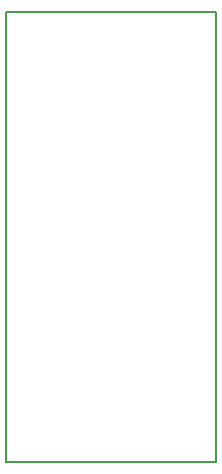
<source format=gbr>
G04 #@! TF.GenerationSoftware,KiCad,Pcbnew,5.0.0*
G04 #@! TF.CreationDate,2018-10-03T23:40:34+00:00*
G04 #@! TF.ProjectId,jeopardy-hw,6A656F70617264792D68772E6B696361,rev?*
G04 #@! TF.SameCoordinates,Original*
G04 #@! TF.FileFunction,Profile,NP*
%FSLAX46Y46*%
G04 Gerber Fmt 4.6, Leading zero omitted, Abs format (unit mm)*
G04 Created by KiCad (PCBNEW 5.0.0) date Wed Oct  3 23:40:34 2018*
%MOMM*%
%LPD*%
G01*
G04 APERTURE LIST*
%ADD10C,0.150000*%
G04 APERTURE END LIST*
D10*
X103124000Y-135382000D02*
X120904000Y-135382000D01*
X103124000Y-97282000D02*
X103124000Y-135382000D01*
X120904000Y-97282000D02*
X103124000Y-97282000D01*
X120904000Y-135382000D02*
X120904000Y-97282000D01*
M02*

</source>
